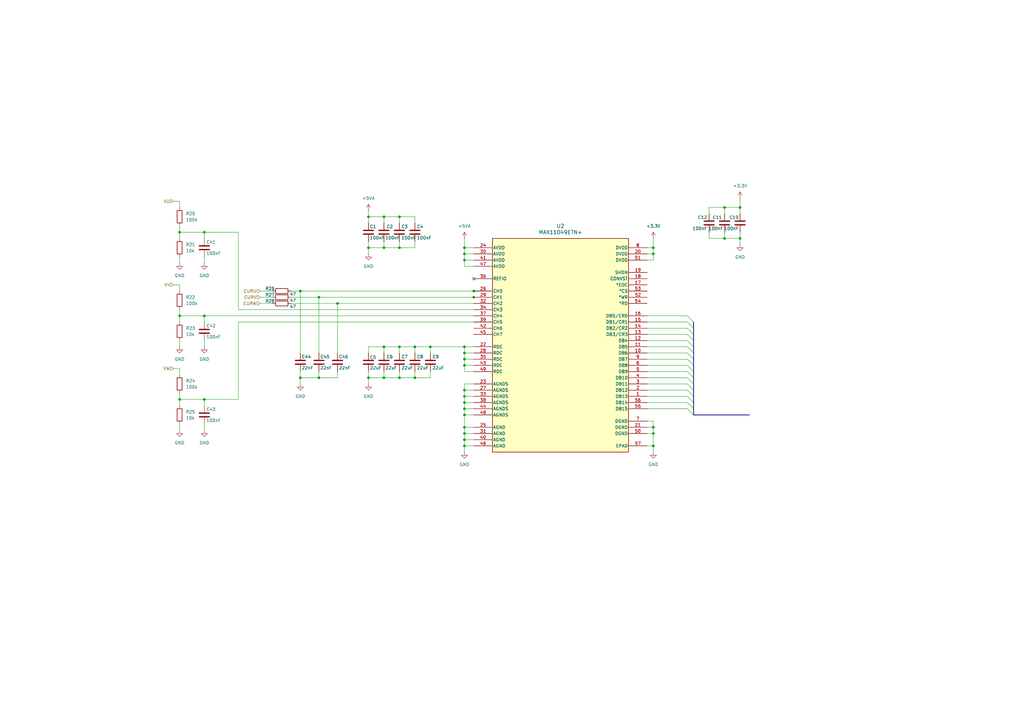
<source format=kicad_sch>
(kicad_sch (version 20250114) (generator "eeschema") (generator_version "9.0")
  (paper "A3")
  (lib_symbols
    (symbol "Device:C" (pin_numbers (hide yes)) (pin_names (offset 0.254))
      (property "Reference" "C" (at 0.635 2.54 0))
      (property "Value" "C" (at 0.635 -2.54 0))
      (symbol "C_0_1"
        (polyline (pts (xy -2.032 0.762) (xy 2.032 0.762)) (stroke (width 0.508)))
        (polyline (pts (xy -2.032 -0.762) (xy 2.032 -0.762)) (stroke (width 0.508)))
      )
      (symbol "C_1_1"
        (pin passive line (at 0 3.81 270) (length 2.794) (name "~") (number "1"))
        (pin passive line (at 0 -3.81 90) (length 2.794) (name "~") (number "2"))
      )
    )
    (symbol "Device:R" (pin_numbers (hide yes)) (pin_names (offset 0))
      (property "Reference" "R" (at 2.032 0 90))
      (property "Value" "R" (at 0 0 90))
      (symbol "R_0_1"
        (rectangle (start -1.016 -2.54) (end 1.016 2.54) (stroke (width 0.254)))
      )
      (symbol "R_1_1"
        (pin passive line (at 0 3.81 270) (length 1.27) (name "~") (number "1"))
        (pin passive line (at 0 -3.81 90) (length 1.27) (name "~") (number "2"))
      )
    )
    (symbol "power:+3.3V" (power) (pin_numbers (hide yes)) (pin_names (offset 0) (hide yes))
      (property "Value" "+3.3V" (at 0 3.556 0))
      (symbol "+3.3V_0_1"
        (polyline (pts (xy -0.762 1.27) (xy 0 2.54)))
        (polyline (pts (xy 0 2.54) (xy 0.762 1.27)))
        (polyline (pts (xy 0 0) (xy 0 2.54)))
      )
      (symbol "+3.3V_1_1"
        (pin power_in line (at 0 0 90) (length 0) (name "~") (number "1"))
      )
    )
    (symbol "power:+5VA" (power) (pin_numbers (hide yes)) (pin_names (offset 0) (hide yes))
      (property "Value" "+5VA" (at 0 3.556 0))
      (symbol "+5VA_0_1"
        (polyline (pts (xy -0.762 1.27) (xy 0 2.54)))
        (polyline (pts (xy 0 2.54) (xy 0.762 1.27)))
        (polyline (pts (xy 0 0) (xy 0 2.54)))
      )
      (symbol "+5VA_1_1"
        (pin power_in line (at 0 0 90) (length 0) (name "~") (number "1"))
      )
    )
    (symbol "power:GND" (power) (pin_numbers (hide yes)) (pin_names (offset 0) (hide yes))
      (property "Value" "GND" (at 0 -3.81 0))
      (symbol "GND_0_1"
        (polyline (pts (xy 0 0) (xy 0 -1.27) (xy 1.27 -1.27) (xy 0 -2.54) (xy -1.27 -1.27) (xy 0 -1.27)))
      )
      (symbol "GND_1_1"
        (pin power_in line (at 0 0 270) (length 0) (name "~") (number "1"))
      )
    )
    (symbol "ssta_symbols:MAX11049ETN+" (pin_names (offset 0.254))
      (property "Reference" "U" (at 7.366 6.604 0))
      (property "Value" "MAX11049ETN+" (at 7.874 -84.582 0))
      (symbol "MAX11049ETN+_0_1"
        (pin power_in line (at 0 1.27 0) (length 7.62) (name "AVDD") (number "24"))
        (pin power_in line (at 0 -1.27 0) (length 7.62) (name "AVDD") (number "30"))
        (pin power_in line (at 0 -3.81 0) (length 7.62) (name "AVDD") (number "41"))
        (pin power_in line (at 0 -6.35 0) (length 7.62) (name "AVDD") (number "47"))
        (pin bidirectional line (at 0 -11.43 0) (length 7.62) (name "REFIO") (number "36"))
        (pin bidirectional line (at 0 -16.51 0) (length 7.62) (name "CH0") (number "26"))
        (pin bidirectional line (at 0 -19.05 0) (length 7.62) (name "CH1") (number "29"))
        (pin bidirectional line (at 0 -21.59 0) (length 7.62) (name "CH2") (number "32"))
        (pin bidirectional line (at 0 -24.13 0) (length 7.62) (name "CH3") (number "34"))
        (pin bidirectional line (at 0 -26.67 0) (length 7.62) (name "CH4") (number "37"))
        (pin bidirectional line (at 0 -29.21 0) (length 7.62) (name "CH5") (number "39"))
        (pin bidirectional line (at 0 -31.75 0) (length 7.62) (name "CH6") (number "42"))
        (pin bidirectional line (at 0 -34.29 0) (length 7.62) (name "CH7") (number "45"))
        (pin bidirectional line (at 0 -39.37 0) (length 7.62) (name "RDC") (number "22"))
        (pin bidirectional line (at 0 -41.91 0) (length 7.62) (name "RDC") (number "28"))
        (pin bidirectional line (at 0 -44.45 0) (length 7.62) (name "RDC") (number "35"))
        (pin bidirectional line (at 0 -46.99 0) (length 7.62) (name "RDC") (number "43"))
        (pin bidirectional line (at 0 -49.53 0) (length 7.62) (name "RDC") (number "49"))
        (pin power_in line (at 0 -54.61 0) (length 7.62) (name "AGNDS") (number "23"))
        (pin power_in line (at 0 -57.15 0) (length 7.62) (name "AGNDS") (number "27"))
        (pin power_in line (at 0 -59.69 0) (length 7.62) (name "AGNDS") (number "33"))
        (pin power_in line (at 0 -62.23 0) (length 7.62) (name "AGNDS") (number "38"))
        (pin power_in line (at 0 -64.77 0) (length 7.62) (name "AGNDS") (number "44"))
        (pin power_in line (at 0 -67.31 0) (length 7.62) (name "AGNDS") (number "48"))
        (pin power_in line (at 0 -72.39 0) (length 7.62) (name "AGND") (number "25"))
        (pin power_in line (at 0 -74.93 0) (length 7.62) (name "AGND") (number "31"))
        (pin power_in line (at 0 -77.47 0) (length 7.62) (name "AGND") (number "40"))
        (pin power_in line (at 0 -80.01 0) (length 7.62) (name "AGND") (number "46"))
        (pin power_in line (at 71.12 1.27 180) (length 7.62) (name "DVDD") (number "8"))
        (pin power_in line (at 71.12 -1.27 180) (length 7.62) (name "DVDD") (number "20"))
        (pin power_in line (at 71.12 -3.81 180) (length 7.62) (name "DVDD") (number "51"))
        (pin bidirectional line (at 71.12 -8.89 180) (length 7.62) (name "SHDN") (number "19"))
        (pin bidirectional line (at 71.12 -11.43 180) (length 7.62) (name "CONVST") (number "18"))
        (pin bidirectional line (at 71.12 -13.97 180) (length 7.62) (name "*EOC") (number "17"))
        (pin bidirectional line (at 71.12 -16.51 180) (length 7.62) (name "*CS") (number "53"))
        (pin bidirectional line (at 71.12 -19.05 180) (length 7.62) (name "*WR") (number "52"))
        (pin bidirectional line (at 71.12 -21.59 180) (length 7.62) (name "*RD") (number "54"))
        (pin bidirectional line (at 71.12 -26.67 180) (length 7.62) (name "DB0/CR0") (number "16"))
        (pin bidirectional line (at 71.12 -29.21 180) (length 7.62) (name "DB1/CR1") (number "15"))
        (pin bidirectional line (at 71.12 -31.75 180) (length 7.62) (name "DB2/CR2") (number "14"))
        (pin bidirectional line (at 71.12 -34.29 180) (length 7.62) (name "DB3/CR3") (number "13"))
        (pin bidirectional line (at 71.12 -36.83 180) (length 7.62) (name "DB4") (number "12"))
        (pin bidirectional line (at 71.12 -39.37 180) (length 7.62) (name "DB5") (number "11"))
        (pin bidirectional line (at 71.12 -41.91 180) (length 7.62) (name "DB6") (number "10"))
        (pin bidirectional line (at 71.12 -44.45 180) (length 7.62) (name "DB7") (number "9"))
        (pin bidirectional line (at 71.12 -46.99 180) (length 7.62) (name "DB8") (number "6"))
        (pin bidirectional line (at 71.12 -49.53 180) (length 7.62) (name "DB9") (number "5"))
        (pin bidirectional line (at 71.12 -52.07 180) (length 7.62) (name "DB10") (number "4"))
        (pin bidirectional line (at 71.12 -54.61 180) (length 7.62) (name "DB11") (number "3"))
        (pin bidirectional line (at 71.12 -57.15 180) (length 7.62) (name "DB12") (number "2"))
        (pin bidirectional line (at 71.12 -59.69 180) (length 7.62) (name "DB13") (number "1"))
        (pin bidirectional line (at 71.12 -62.23 180) (length 7.62) (name "DB14") (number "56"))
        (pin bidirectional line (at 71.12 -64.77 180) (length 7.62) (name "DB15") (number "55"))
        (pin power_in line (at 71.12 -69.85 180) (length 7.62) (name "DGND") (number "7"))
        (pin power_in line (at 71.12 -72.39 180) (length 7.62) (name "DGND") (number "21"))
        (pin power_in line (at 71.12 -74.93 180) (length 7.62) (name "DGND") (number "50"))
        (pin unspecified line (at 71.12 -80.01 180) (length 7.62) (name "EPAD") (number "57"))
      )
      (symbol "MAX11049ETN+_1_1"
        (rectangle (start 7.62 5.08) (end 63.5 -82.55) (stroke (width 0.254)) (fill (type background)))
      )
    )
  )
  (junction (at 123.19 119.38))
  (junction (at 190.5 160.02))
  (junction (at 190.5 104.14))
  (junction (at 73.66 129.54))
  (junction (at 176.53 142.24))
  (junction (at 190.5 144.78))
  (junction (at 190.5 167.64))
  (junction (at 190.5 182.88))
  (junction (at 303.53 97.79))
  (junction (at 194.31 119.38))
  (junction (at 138.43 124.46))
  (junction (at 190.5 106.68))
  (junction (at 267.97 177.8))
  (junction (at 157.48 101.6))
  (junction (at 163.83 142.24))
  (junction (at 157.48 142.24))
  (junction (at 297.18 85.09))
  (junction (at 123.19 154.94))
  (junction (at 151.13 88.9))
  (junction (at 267.97 175.26))
  (junction (at 151.13 101.6))
  (junction (at 190.5 147.32))
  (junction (at 170.18 142.24))
  (junction (at 83.82 129.54))
  (junction (at 267.97 101.6))
  (junction (at 83.82 163.83))
  (junction (at 151.13 154.94))
  (junction (at 190.5 180.34))
  (junction (at 190.5 177.8))
  (junction (at 267.97 104.14))
  (junction (at 194.31 121.92))
  (junction (at 190.5 170.18))
  (junction (at 190.5 149.86))
  (junction (at 163.83 154.94))
  (junction (at 73.66 95.25))
  (junction (at 83.82 95.25))
  (junction (at 157.48 88.9))
  (junction (at 163.83 101.6))
  (junction (at 267.97 182.88))
  (junction (at 170.18 154.94))
  (junction (at 73.66 163.83))
  (junction (at 303.53 85.09))
  (junction (at 163.83 88.9))
  (junction (at 157.48 154.94))
  (junction (at 130.81 121.92))
  (junction (at 190.5 142.24))
  (junction (at 190.5 165.1))
  (junction (at 297.18 97.79))
  (junction (at 190.5 101.6))
  (junction (at 190.5 175.26))
  (junction (at 190.5 162.56))
  (junction (at 130.81 154.94))
  (no_connect (at 194.31 114.3))
  (bus_entry (at 281.94 137.16) (size 2.54 2.54))
  (bus_entry (at 281.94 154.94) (size 2.54 2.54))
  (bus_entry (at 281.94 134.62) (size 2.54 2.54))
  (bus_entry (at 281.94 142.24) (size 2.54 2.54))
  (bus_entry (at 281.94 165.1) (size 2.54 2.54))
  (bus_entry (at 281.94 152.4) (size 2.54 2.54))
  (bus_entry (at 281.94 157.48) (size 2.54 2.54))
  (bus_entry (at 281.94 147.32) (size 2.54 2.54))
  (bus_entry (at 281.94 160.02) (size 2.54 2.54))
  (bus_entry (at 281.94 162.56) (size 2.54 2.54))
  (bus_entry (at 281.94 149.86) (size 2.54 2.54))
  (bus_entry (at 281.94 129.54) (size 2.54 2.54))
  (bus_entry (at 281.94 139.7) (size 2.54 2.54))
  (bus_entry (at 281.94 167.64) (size 2.54 2.54))
  (bus_entry (at 281.94 144.78) (size 2.54 2.54))
  (bus_entry (at 281.94 132.08) (size 2.54 2.54))
  (wire (pts (xy 190.5 182.88) (xy 194.31 182.88)))
  (wire (pts (xy 265.43 165.1) (xy 281.94 165.1)))
  (wire (pts (xy 290.83 85.09) (xy 290.83 87.63)))
  (bus (pts (xy 284.48 137.16) (xy 284.48 139.7)))
  (wire (pts (xy 73.66 95.25) (xy 73.66 97.79)))
  (wire (pts (xy 73.66 105.41) (xy 73.66 107.95)))
  (wire (pts (xy 170.18 152.4) (xy 170.18 154.94)))
  (wire (pts (xy 151.13 101.6) (xy 157.48 101.6)))
  (wire (pts (xy 265.43 157.48) (xy 281.94 157.48)))
  (wire (pts (xy 190.5 97.79) (xy 190.5 101.6)))
  (wire (pts (xy 190.5 157.48) (xy 190.5 160.02)))
  (wire (pts (xy 151.13 144.78) (xy 151.13 142.24)))
  (wire (pts (xy 151.13 154.94) (xy 157.48 154.94)))
  (wire (pts (xy 190.5 177.8) (xy 194.31 177.8)))
  (wire (pts (xy 130.81 152.4) (xy 130.81 154.94)))
  (wire (pts (xy 303.53 85.09) (xy 297.18 85.09)))
  (wire (pts (xy 73.66 151.13) (xy 73.66 153.67)))
  (wire (pts (xy 123.19 154.94) (xy 123.19 157.48)))
  (wire (pts (xy 290.83 95.25) (xy 290.83 97.79)))
  (wire (pts (xy 194.31 157.48) (xy 190.5 157.48)))
  (wire (pts (xy 190.5 152.4) (xy 190.5 149.86)))
  (wire (pts (xy 71.12 151.13) (xy 73.66 151.13)))
  (wire (pts (xy 163.83 101.6) (xy 170.18 101.6)))
  (wire (pts (xy 190.5 144.78) (xy 190.5 142.24)))
  (wire (pts (xy 163.83 142.24) (xy 170.18 142.24)))
  (wire (pts (xy 190.5 149.86) (xy 194.31 149.86)))
  (wire (pts (xy 73.66 127) (xy 73.66 129.54)))
  (wire (pts (xy 265.43 182.88) (xy 267.97 182.88)))
  (wire (pts (xy 73.66 173.99) (xy 73.66 176.53)))
  (wire (pts (xy 194.31 132.08) (xy 97.79 132.08)))
  (bus (pts (xy 284.48 139.7) (xy 284.48 142.24)))
  (wire (pts (xy 157.48 142.24) (xy 157.48 144.78)))
  (wire (pts (xy 267.97 172.72) (xy 267.97 175.26)))
  (wire (pts (xy 265.43 134.62) (xy 281.94 134.62)))
  (wire (pts (xy 151.13 101.6) (xy 151.13 104.14)))
  (wire (pts (xy 190.5 149.86) (xy 190.5 147.32)))
  (wire (pts (xy 130.81 121.92) (xy 130.81 144.78)))
  (wire (pts (xy 71.12 116.84) (xy 73.66 116.84)))
  (wire (pts (xy 123.19 119.38) (xy 123.19 144.78)))
  (wire (pts (xy 157.48 154.94) (xy 163.83 154.94)))
  (wire (pts (xy 303.53 97.79) (xy 303.53 100.33)))
  (wire (pts (xy 157.48 101.6) (xy 163.83 101.6)))
  (wire (pts (xy 190.5 106.68) (xy 190.5 109.22)))
  (wire (pts (xy 157.48 88.9) (xy 163.83 88.9)))
  (wire (pts (xy 190.5 165.1) (xy 194.31 165.1)))
  (wire (pts (xy 73.66 129.54) (xy 83.82 129.54)))
  (wire (pts (xy 151.13 88.9) (xy 157.48 88.9)))
  (wire (pts (xy 265.43 129.54) (xy 281.94 129.54)))
  (wire (pts (xy 138.43 124.46) (xy 138.43 144.78)))
  (wire (pts (xy 267.97 104.14) (xy 267.97 106.68)))
  (wire (pts (xy 265.43 142.24) (xy 281.94 142.24)))
  (wire (pts (xy 190.5 175.26) (xy 190.5 177.8)))
  (bus (pts (xy 284.48 157.48) (xy 284.48 160.02)))
  (wire (pts (xy 83.82 129.54) (xy 194.31 129.54)))
  (wire (pts (xy 303.53 87.63) (xy 303.53 85.09)))
  (wire (pts (xy 83.82 95.25) (xy 73.66 95.25)))
  (bus (pts (xy 284.48 147.32) (xy 284.48 149.86)))
  (wire (pts (xy 196.85 121.92) (xy 194.31 121.92)))
  (wire (pts (xy 190.5 144.78) (xy 194.31 144.78)))
  (wire (pts (xy 151.13 142.24) (xy 157.48 142.24)))
  (wire (pts (xy 190.5 106.68) (xy 194.31 106.68)))
  (wire (pts (xy 163.83 142.24) (xy 163.83 144.78)))
  (wire (pts (xy 106.68 119.38) (xy 111.76 119.38)))
  (wire (pts (xy 163.83 154.94) (xy 170.18 154.94)))
  (wire (pts (xy 106.68 124.46) (xy 111.76 124.46)))
  (wire (pts (xy 190.5 160.02) (xy 190.5 162.56)))
  (wire (pts (xy 170.18 142.24) (xy 170.18 144.78)))
  (wire (pts (xy 297.18 95.25) (xy 297.18 97.79)))
  (wire (pts (xy 170.18 101.6) (xy 170.18 99.06)))
  (wire (pts (xy 163.83 99.06) (xy 163.83 101.6)))
  (wire (pts (xy 151.13 152.4) (xy 151.13 154.94)))
  (wire (pts (xy 83.82 163.83) (xy 73.66 163.83)))
  (wire (pts (xy 157.48 88.9) (xy 157.48 91.44)))
  (wire (pts (xy 297.18 85.09) (xy 297.18 87.63)))
  (wire (pts (xy 73.66 116.84) (xy 73.66 119.38)))
  (wire (pts (xy 190.5 170.18) (xy 190.5 175.26)))
  (wire (pts (xy 163.83 88.9) (xy 170.18 88.9)))
  (wire (pts (xy 265.43 172.72) (xy 267.97 172.72)))
  (bus (pts (xy 284.48 142.24) (xy 284.48 144.78)))
  (wire (pts (xy 190.5 182.88) (xy 190.5 185.42)))
  (wire (pts (xy 303.53 95.25) (xy 303.53 97.79)))
  (wire (pts (xy 83.82 139.7) (xy 83.82 142.24)))
  (wire (pts (xy 170.18 142.24) (xy 176.53 142.24)))
  (wire (pts (xy 73.66 139.7) (xy 73.66 142.24)))
  (wire (pts (xy 190.5 165.1) (xy 190.5 167.64)))
  (wire (pts (xy 151.13 91.44) (xy 151.13 88.9)))
  (wire (pts (xy 130.81 154.94) (xy 138.43 154.94)))
  (wire (pts (xy 265.43 104.14) (xy 267.97 104.14)))
  (wire (pts (xy 265.43 144.78) (xy 281.94 144.78)))
  (wire (pts (xy 170.18 154.94) (xy 176.53 154.94)))
  (wire (pts (xy 176.53 142.24) (xy 190.5 142.24)))
  (wire (pts (xy 190.5 180.34) (xy 194.31 180.34)))
  (wire (pts (xy 190.5 162.56) (xy 194.31 162.56)))
  (bus (pts (xy 284.48 152.4) (xy 284.48 154.94)))
  (wire (pts (xy 119.38 119.38) (xy 123.19 119.38)))
  (wire (pts (xy 170.18 88.9) (xy 170.18 91.44)))
  (wire (pts (xy 265.43 139.7) (xy 281.94 139.7)))
  (wire (pts (xy 267.97 182.88) (xy 267.97 185.42)))
  (wire (pts (xy 157.48 142.24) (xy 163.83 142.24)))
  (wire (pts (xy 151.13 154.94) (xy 151.13 157.48)))
  (wire (pts (xy 190.5 147.32) (xy 194.31 147.32)))
  (wire (pts (xy 73.66 129.54) (xy 73.66 132.08)))
  (wire (pts (xy 297.18 85.09) (xy 290.83 85.09)))
  (bus (pts (xy 284.48 132.08) (xy 284.48 134.62)))
  (wire (pts (xy 163.83 152.4) (xy 163.83 154.94)))
  (wire (pts (xy 190.5 147.32) (xy 190.5 144.78)))
  (wire (pts (xy 265.43 137.16) (xy 281.94 137.16)))
  (wire (pts (xy 73.66 82.55) (xy 73.66 85.09)))
  (wire (pts (xy 265.43 160.02) (xy 281.94 160.02)))
  (wire (pts (xy 83.82 163.83) (xy 83.82 166.37)))
  (wire (pts (xy 163.83 88.9) (xy 163.83 91.44)))
  (wire (pts (xy 194.31 127) (xy 97.79 127)))
  (wire (pts (xy 265.43 154.94) (xy 281.94 154.94)))
  (wire (pts (xy 106.68 121.92) (xy 111.76 121.92)))
  (wire (pts (xy 176.53 154.94) (xy 176.53 152.4)))
  (wire (pts (xy 123.19 119.38) (xy 194.31 119.38)))
  (wire (pts (xy 83.82 95.25) (xy 83.82 97.79)))
  (wire (pts (xy 267.97 177.8) (xy 267.97 182.88)))
  (bus (pts (xy 284.48 134.62) (xy 284.48 137.16)))
  (wire (pts (xy 265.43 175.26) (xy 267.97 175.26)))
  (wire (pts (xy 194.31 152.4) (xy 190.5 152.4)))
  (wire (pts (xy 190.5 177.8) (xy 190.5 180.34)))
  (wire (pts (xy 265.43 149.86) (xy 281.94 149.86)))
  (wire (pts (xy 130.81 121.92) (xy 194.31 121.92)))
  (bus (pts (xy 284.48 144.78) (xy 284.48 147.32)))
  (wire (pts (xy 265.43 147.32) (xy 281.94 147.32)))
  (bus (pts (xy 284.48 167.64) (xy 284.48 170.18)))
  (wire (pts (xy 267.97 97.79) (xy 267.97 101.6)))
  (wire (pts (xy 190.5 180.34) (xy 190.5 182.88)))
  (wire (pts (xy 190.5 167.64) (xy 190.5 170.18)))
  (bus (pts (xy 284.48 154.94) (xy 284.48 157.48)))
  (wire (pts (xy 97.79 132.08) (xy 97.79 163.83)))
  (wire (pts (xy 151.13 99.06) (xy 151.13 101.6)))
  (wire (pts (xy 265.43 132.08) (xy 281.94 132.08)))
  (wire (pts (xy 190.5 142.24) (xy 194.31 142.24)))
  (wire (pts (xy 265.43 152.4) (xy 281.94 152.4)))
  (bus (pts (xy 284.48 165.1) (xy 284.48 167.64)))
  (bus (pts (xy 284.48 170.18) (xy 307.34 170.18)))
  (wire (pts (xy 297.18 97.79) (xy 290.83 97.79)))
  (wire (pts (xy 123.19 152.4) (xy 123.19 154.94)))
  (wire (pts (xy 157.48 152.4) (xy 157.48 154.94)))
  (wire (pts (xy 119.38 124.46) (xy 138.43 124.46)))
  (wire (pts (xy 190.5 104.14) (xy 194.31 104.14)))
  (wire (pts (xy 190.5 170.18) (xy 194.31 170.18)))
  (bus (pts (xy 284.48 162.56) (xy 284.48 165.1)))
  (wire (pts (xy 190.5 104.14) (xy 190.5 106.68)))
  (wire (pts (xy 196.85 119.38) (xy 194.31 119.38)))
  (wire (pts (xy 73.66 161.29) (xy 73.66 163.83)))
  (wire (pts (xy 190.5 160.02) (xy 194.31 160.02)))
  (wire (pts (xy 267.97 175.26) (xy 267.97 177.8)))
  (wire (pts (xy 265.43 167.64) (xy 281.94 167.64)))
  (wire (pts (xy 303.53 97.79) (xy 297.18 97.79)))
  (wire (pts (xy 176.53 142.24) (xy 176.53 144.78)))
  (wire (pts (xy 151.13 86.36) (xy 151.13 88.9)))
  (wire (pts (xy 83.82 105.41) (xy 83.82 107.95)))
  (wire (pts (xy 190.5 101.6) (xy 194.31 101.6)))
  (wire (pts (xy 119.38 121.92) (xy 130.81 121.92)))
  (wire (pts (xy 157.48 99.06) (xy 157.48 101.6)))
  (wire (pts (xy 97.79 95.25) (xy 83.82 95.25)))
  (wire (pts (xy 265.43 101.6) (xy 267.97 101.6)))
  (wire (pts (xy 138.43 124.46) (xy 194.31 124.46)))
  (wire (pts (xy 71.12 82.55) (xy 73.66 82.55)))
  (wire (pts (xy 83.82 129.54) (xy 83.82 132.08)))
  (bus (pts (xy 284.48 149.86) (xy 284.48 152.4)))
  (wire (pts (xy 303.53 81.28) (xy 303.53 85.09)))
  (wire (pts (xy 265.43 177.8) (xy 267.97 177.8)))
  (wire (pts (xy 190.5 175.26) (xy 194.31 175.26)))
  (wire (pts (xy 265.43 106.68) (xy 267.97 106.68)))
  (wire (pts (xy 97.79 127) (xy 97.79 95.25)))
  (wire (pts (xy 123.19 154.94) (xy 130.81 154.94)))
  (wire (pts (xy 190.5 162.56) (xy 190.5 165.1)))
  (wire (pts (xy 138.43 152.4) (xy 138.43 154.94)))
  (wire (pts (xy 83.82 173.99) (xy 83.82 176.53)))
  (wire (pts (xy 190.5 167.64) (xy 194.31 167.64)))
  (wire (pts (xy 265.43 162.56) (xy 281.94 162.56)))
  (bus (pts (xy 284.48 160.02) (xy 284.48 162.56)))
  (wire (pts (xy 194.31 109.22) (xy 190.5 109.22)))
  (wire (pts (xy 73.66 163.83) (xy 73.66 166.37)))
  (wire (pts (xy 97.79 163.83) (xy 83.82 163.83)))
  (wire (pts (xy 190.5 101.6) (xy 190.5 104.14)))
  (wire (pts (xy 267.97 101.6) (xy 267.97 104.14)))
  (wire (pts (xy 73.66 92.71) (xy 73.66 95.25)))
  (hierarchical_label "VU" (shape input) (at 71.12 82.55 180))
  (hierarchical_label "VW" (shape input) (at 71.12 151.13 180))
  (hierarchical_label "VV" (shape input) (at 71.12 116.84 180))
  (hierarchical_label "CURU" (shape input) (at 106.68 119.38 180))
  (hierarchical_label "CURV" (shape input) (at 106.68 121.92 180))
  (hierarchical_label "CURW" (shape input) (at 106.68 124.46 180))
  (symbol (lib_id "power:GND") (at 151.13 104.14 0) (unit 1)
    (property "Reference" "#PWR05" (effects (hide yes)))
    (property "Value" "GND" (at 151.13 109.22 0))
    (property "Description" "Power symbol creates a global label with name \"GND\" , ground" (effects (hide yes)))
  )
  (symbol (lib_id "Device:R") (at 115.57 119.38 90) (unit 1)
    (property "Reference" "R26" (at 110.744 118.364 90))
    (property "Value" "47" (at 120.142 120.65 90))
    (property "Footprint" "Resistor_SMD:R_0805_2012Metric" (effects (hide yes)))
    (property "Description" "Resistor" (effects (hide yes)))
  )
  (symbol (lib_id "Device:C") (at 130.81 148.59 0) (unit 1)
    (property "Reference" "C45" (at 131.318 146.304 0) (effects (justify left)))
    (property "Value" "22nF" (at 131.318 150.876 0) (effects (justify left)))
    (property "Description" "Unpolarized capacitor" (effects (hide yes)))
  )
  (symbol (lib_id "Device:C") (at 170.18 148.59 0) (unit 1)
    (property "Reference" "C8" (at 170.942 146.304 0) (effects (justify left)))
    (property "Value" "22uF" (at 170.942 150.876 0) (effects (justify left)))
    (property "Description" "Unpolarized capacitor" (effects (hide yes)))
  )
  (symbol (lib_id "Device:C") (at 163.83 148.59 0) (unit 1)
    (property "Reference" "C7" (at 164.592 146.304 0) (effects (justify left)))
    (property "Value" "22uF" (at 164.592 150.876 0) (effects (justify left)))
    (property "Description" "Unpolarized capacitor" (effects (hide yes)))
  )
  (symbol (lib_id "power:GND") (at 83.82 142.24 0) (unit 1)
    (property "Reference" "#PWR071" (effects (hide yes)))
    (property "Value" "GND" (at 83.82 147.32 0))
    (property "Description" "Power symbol creates a global label with name \"GND\" , ground" (effects (hide yes)))
  )
  (symbol (lib_id "Device:R") (at 73.66 88.9 0) (unit 1)
    (property "Reference" "R20" (at 76.2 87.6299 0) (effects (justify left)))
    (property "Value" "100k" (at 76.2 90.1699 0) (effects (justify left)))
    (property "Footprint" "Resistor_SMD:R_0805_2012Metric" (effects (hide yes)))
    (property "Description" "Resistor" (effects (hide yes)))
  )
  (symbol (lib_id "Device:C") (at 83.82 135.89 0) (unit 1)
    (property "Reference" "C42" (at 84.582 133.604 0) (effects (justify left)))
    (property "Value" "100nF" (at 84.582 138.176 0) (effects (justify left)))
    (property "Description" "Unpolarized capacitor" (effects (hide yes)))
  )
  (symbol (lib_id "Device:C") (at 157.48 148.59 0) (unit 1)
    (property "Reference" "C6" (at 158.496 146.304 0) (effects (justify left)))
    (property "Value" "22uF" (at 157.988 150.876 0) (effects (justify left)))
    (property "Description" "Unpolarized capacitor" (effects (hide yes)))
  )
  (symbol (lib_id "Device:R") (at 115.57 124.46 90) (unit 1)
    (property "Reference" "R28" (at 110.744 123.444 90))
    (property "Value" "47" (at 120.142 125.73 90))
    (property "Footprint" "Resistor_SMD:R_0805_2012Metric" (effects (hide yes)))
    (property "Description" "Resistor" (effects (hide yes)))
  )
  (symbol (lib_id "Device:C") (at 297.18 91.44 0) (mirror y) (unit 1)
    (property "Reference" "C11" (at 296.164 89.154 0) (effects (justify left)))
    (property "Value" "100nF" (at 296.672 93.726 0) (effects (justify left)))
    (property "Description" "Unpolarized capacitor" (effects (hide yes)))
  )
  (symbol (lib_id "Device:R") (at 73.66 101.6 0) (unit 1)
    (property "Reference" "R21" (at 76.2 100.3299 0) (effects (justify left)))
    (property "Value" "10k" (at 76.2 102.8699 0) (effects (justify left)))
    (property "Footprint" "Resistor_SMD:R_0805_2012Metric" (effects (hide yes)))
    (property "Description" "Resistor" (effects (hide yes)))
  )
  (symbol (lib_id "ssta_symbols:MAX11049ETN+") (at 194.31 102.87 0) (unit 1)
    (property "Reference" "U2" (at 229.87 92.71 0) (effects (font (size 1.524 1.524))))
    (property "Value" "MAX11049ETN+" (at 229.87 95.25 0) (effects (font (size 1.524 1.524))))
    (property "Footprint" "21-0135F_T5688-3_MXM" (effects (hide yes)))
    (property "Datasheet" "MAX11049ETN+" (effects (hide yes)))
  )
  (symbol (lib_id "Device:C") (at 83.82 170.18 0) (unit 1)
    (property "Reference" "C43" (at 84.582 167.894 0) (effects (justify left)))
    (property "Value" "100nF" (at 84.582 172.466 0) (effects (justify left)))
    (property "Description" "Unpolarized capacitor" (effects (hide yes)))
  )
  (symbol (lib_id "power:GND") (at 190.5 185.42 0) (unit 1)
    (property "Reference" "#PWR02" (effects (hide yes)))
    (property "Value" "GND" (at 190.5 190.5 0))
    (property "Description" "Power symbol creates a global label with name \"GND\" , ground" (effects (hide yes)))
  )
  (symbol (lib_id "Device:C") (at 303.53 91.44 0) (mirror y) (unit 1)
    (property "Reference" "C10" (at 303.022 89.154 0) (effects (justify left)))
    (property "Value" "100nF" (at 303.022 93.726 0) (effects (justify left)))
    (property "Description" "Unpolarized capacitor" (effects (hide yes)))
  )
  (symbol (lib_id "power:GND") (at 267.97 185.42 0) (unit 1)
    (property "Reference" "#PWR03" (effects (hide yes)))
    (property "Value" "GND" (at 267.97 190.5 0))
    (property "Description" "Power symbol creates a global label with name \"GND\" , ground" (effects (hide yes)))
  )
  (symbol (lib_id "power:GND") (at 83.82 107.95 0) (unit 1)
    (property "Reference" "#PWR070" (effects (hide yes)))
    (property "Value" "GND" (at 83.82 113.03 0))
    (property "Description" "Power symbol creates a global label with name \"GND\" , ground" (effects (hide yes)))
  )
  (symbol (lib_id "power:GND") (at 123.19 157.48 0) (unit 1)
    (property "Reference" "#PWR010" (effects (hide yes)))
    (property "Value" "GND" (at 123.19 162.56 0))
    (property "Description" "Power symbol creates a global label with name \"GND\" , ground" (effects (hide yes)))
  )
  (symbol (lib_id "Device:C") (at 163.83 95.25 0) (unit 1)
    (property "Reference" "C3" (at 164.592 92.964 0) (effects (justify left)))
    (property "Value" "100nF" (at 164.592 97.536 0) (effects (justify left)))
    (property "Description" "Unpolarized capacitor" (effects (hide yes)))
  )
  (symbol (lib_id "Device:R") (at 73.66 123.19 0) (unit 1)
    (property "Reference" "R22" (at 76.2 121.9199 0) (effects (justify left)))
    (property "Value" "100k" (at 76.2 124.4599 0) (effects (justify left)))
    (property "Footprint" "Resistor_SMD:R_0805_2012Metric" (effects (hide yes)))
    (property "Description" "Resistor" (effects (hide yes)))
  )
  (symbol (lib_id "Device:C") (at 151.13 148.59 0) (unit 1)
    (property "Reference" "C5" (at 151.638 146.558 0) (effects (justify left)))
    (property "Value" "22uF" (at 151.638 150.876 0) (effects (justify left)))
    (property "Description" "Unpolarized capacitor" (effects (hide yes)))
  )
  (symbol (lib_id "Device:R") (at 73.66 170.18 0) (unit 1)
    (property "Reference" "R25" (at 76.2 168.9099 0) (effects (justify left)))
    (property "Value" "10k" (at 76.2 171.4499 0) (effects (justify left)))
    (property "Footprint" "Resistor_SMD:R_0805_2012Metric" (effects (hide yes)))
    (property "Description" "Resistor" (effects (hide yes)))
  )
  (symbol (lib_id "Device:C") (at 157.48 95.25 0) (unit 1)
    (property "Reference" "C2" (at 158.496 92.964 0) (effects (justify left)))
    (property "Value" "100nF" (at 157.988 97.536 0) (effects (justify left)))
    (property "Description" "Unpolarized capacitor" (effects (hide yes)))
  )
  (symbol (lib_id "Device:C") (at 138.43 148.59 0) (unit 1)
    (property "Reference" "C46" (at 138.938 146.304 0) (effects (justify left)))
    (property "Value" "22nF" (at 138.938 150.876 0) (effects (justify left)))
    (property "Description" "Unpolarized capacitor" (effects (hide yes)))
  )
  (symbol (lib_id "Device:R") (at 73.66 135.89 0) (unit 1)
    (property "Reference" "R23" (at 76.2 134.6199 0) (effects (justify left)))
    (property "Value" "10k" (at 76.2 137.1599 0) (effects (justify left)))
    (property "Footprint" "Resistor_SMD:R_0805_2012Metric" (effects (hide yes)))
    (property "Description" "Resistor" (effects (hide yes)))
  )
  (symbol (lib_id "power:GND") (at 73.66 107.95 0) (unit 1)
    (property "Reference" "#PWR061" (effects (hide yes)))
    (property "Value" "GND" (at 73.66 113.03 0))
    (property "Description" "Power symbol creates a global label with name \"GND\" , ground" (effects (hide yes)))
  )
  (symbol (lib_id "power:GND") (at 83.82 176.53 0) (unit 1)
    (property "Reference" "#PWR072" (effects (hide yes)))
    (property "Value" "GND" (at 83.82 181.61 0))
    (property "Description" "Power symbol creates a global label with name \"GND\" , ground" (effects (hide yes)))
  )
  (symbol (lib_id "power:GND") (at 73.66 176.53 0) (unit 1)
    (property "Reference" "#PWR069" (effects (hide yes)))
    (property "Value" "GND" (at 73.66 181.61 0))
    (property "Description" "Power symbol creates a global label with name \"GND\" , ground" (effects (hide yes)))
  )
  (symbol (lib_id "Device:R") (at 73.66 157.48 0) (unit 1)
    (property "Reference" "R24" (at 76.2 156.2099 0) (effects (justify left)))
    (property "Value" "100k" (at 76.2 158.7499 0) (effects (justify left)))
    (property "Footprint" "Resistor_SMD:R_0805_2012Metric" (effects (hide yes)))
    (property "Description" "Resistor" (effects (hide yes)))
  )
  (symbol (lib_id "power:+5VA") (at 190.5 97.79 0) (unit 1)
    (property "Reference" "#PWR01" (effects (hide yes)))
    (property "Value" "+5VA" (at 190.5 92.71 0))
    (property "Description" "Power symbol creates a global label with name \"+5VA\"" (effects (hide yes)))
  )
  (symbol (lib_id "power:GND") (at 73.66 142.24 0) (unit 1)
    (property "Reference" "#PWR068" (effects (hide yes)))
    (property "Value" "GND" (at 73.66 147.32 0))
    (property "Description" "Power symbol creates a global label with name \"GND\" , ground" (effects (hide yes)))
  )
  (symbol (lib_id "power:GND") (at 303.53 100.33 0) (mirror y) (unit 1)
    (property "Reference" "#PWR014" (effects (hide yes)))
    (property "Value" "GND" (at 303.53 105.41 0))
    (property "Description" "Power symbol creates a global label with name \"GND\" , ground" (effects (hide yes)))
  )
  (symbol (lib_id "Device:C") (at 290.83 91.44 0) (mirror y) (unit 1)
    (property "Reference" "C12" (at 290.068 89.154 0) (effects (justify left)))
    (property "Value" "100nF" (at 290.068 93.726 0) (effects (justify left)))
    (property "Description" "Unpolarized capacitor" (effects (hide yes)))
  )
  (symbol (lib_id "Device:C") (at 123.19 148.59 0) (unit 1)
    (property "Reference" "C44" (at 123.698 146.304 0) (effects (justify left)))
    (property "Value" "22nF" (at 123.698 150.876 0) (effects (justify left)))
    (property "Description" "Unpolarized capacitor" (effects (hide yes)))
  )
  (symbol (lib_id "Device:R") (at 115.57 121.92 90) (unit 1)
    (property "Reference" "R27" (at 110.744 120.904 90))
    (property "Value" "47" (at 120.142 123.19 90))
    (property "Footprint" "Resistor_SMD:R_0805_2012Metric" (effects (hide yes)))
    (property "Description" "Resistor" (effects (hide yes)))
  )
  (symbol (lib_id "power:+3.3V") (at 303.53 81.28 0) (mirror y) (unit 1)
    (property "Reference" "#PWR06" (effects (hide yes)))
    (property "Value" "+3.3V" (at 303.53 76.2 0))
    (property "Description" "Power symbol creates a global label with name \"+3.3V\"" (effects (hide yes)))
  )
  (symbol (lib_id "Device:C") (at 176.53 148.59 0) (unit 1)
    (property "Reference" "C9" (at 177.292 146.304 0) (effects (justify left)))
    (property "Value" "22uF" (at 177.292 150.876 0) (effects (justify left)))
    (property "Description" "Unpolarized capacitor" (effects (hide yes)))
  )
  (symbol (lib_id "power:GND") (at 151.13 157.48 0) (unit 1)
    (property "Reference" "#PWR09" (effects (hide yes)))
    (property "Value" "GND" (at 151.13 162.56 0))
    (property "Description" "Power symbol creates a global label with name \"GND\" , ground" (effects (hide yes)))
  )
  (symbol (lib_id "Device:C") (at 170.18 95.25 0) (unit 1)
    (property "Reference" "C4" (at 170.942 92.964 0) (effects (justify left)))
    (property "Value" "100nF" (at 170.942 97.536 0) (effects (justify left)))
    (property "Description" "Unpolarized capacitor" (effects (hide yes)))
  )
  (symbol (lib_id "power:+5VA") (at 151.13 86.36 0) (unit 1)
    (property "Reference" "#PWR017" (effects (hide yes)))
    (property "Value" "+5VA" (at 151.13 81.28 0))
    (property "Description" "Power symbol creates a global label with name \"+5VA\"" (effects (hide yes)))
  )
  (symbol (lib_id "Device:C") (at 151.13 95.25 0) (unit 1)
    (property "Reference" "C1" (at 151.638 92.964 0) (effects (justify left)))
    (property "Value" "100nF" (at 151.638 97.536 0) (effects (justify left)))
    (property "Description" "Unpolarized capacitor" (effects (hide yes)))
  )
  (symbol (lib_id "Device:C") (at 83.82 101.6 0) (unit 1)
    (property "Reference" "C41" (at 84.582 99.314 0) (effects (justify left)))
    (property "Value" "100nF" (at 84.582 103.886 0) (effects (justify left)))
    (property "Description" "Unpolarized capacitor" (effects (hide yes)))
  )
  (symbol (lib_id "power:+3.3V") (at 267.97 97.79 0) (unit 1)
    (property "Reference" "#PWR04" (effects (hide yes)))
    (property "Value" "+3.3V" (at 267.97 92.71 0))
    (property "Description" "Power symbol creates a global label with name \"+3.3V\"" (effects (hide yes)))
  )
)
</source>
